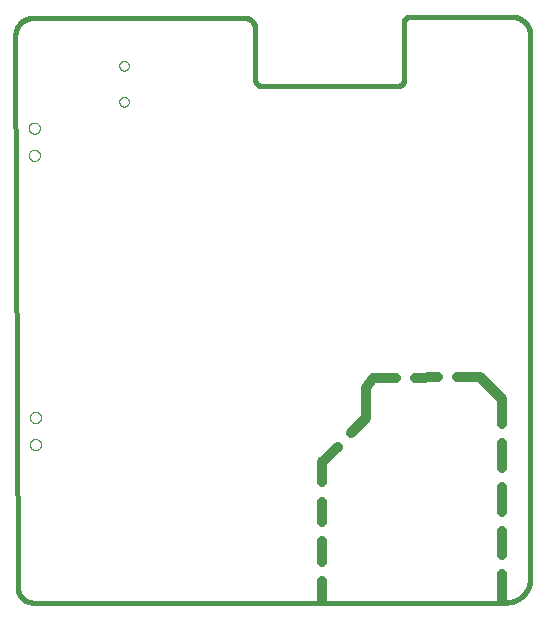
<source format=gbp>
G75*
%MOIN*%
%OFA0B0*%
%FSLAX25Y25*%
%IPPOS*%
%LPD*%
%AMOC8*
5,1,8,0,0,1.08239X$1,22.5*
%
%ADD10C,0.03200*%
%ADD11C,0.01600*%
%ADD12C,0.00000*%
D10*
X0115973Y0044645D02*
X0115973Y0051459D01*
X0115973Y0057859D02*
X0115973Y0064673D01*
X0115973Y0071073D02*
X0115973Y0077887D01*
X0115973Y0084287D02*
X0115973Y0091102D01*
X0120994Y0096122D01*
X0125519Y0100648D02*
X0130540Y0105669D01*
X0130540Y0115905D01*
X0132902Y0119054D01*
X0140447Y0119138D01*
X0146847Y0119209D02*
X0154391Y0119293D01*
X0160791Y0119364D02*
X0168335Y0119448D01*
X0175816Y0111968D01*
X0175816Y0103781D01*
X0175816Y0097381D02*
X0175816Y0089194D01*
X0175816Y0082794D02*
X0175816Y0074606D01*
X0175816Y0068206D02*
X0175816Y0060019D01*
X0175816Y0053619D02*
X0175816Y0045432D01*
D11*
X0176997Y0044251D02*
X0019517Y0044251D01*
X0019376Y0044253D01*
X0019235Y0044259D01*
X0019094Y0044268D01*
X0018954Y0044282D01*
X0018814Y0044300D01*
X0018675Y0044321D01*
X0018536Y0044346D01*
X0018398Y0044375D01*
X0018261Y0044408D01*
X0018124Y0044444D01*
X0017989Y0044484D01*
X0017855Y0044528D01*
X0017722Y0044576D01*
X0017591Y0044627D01*
X0017461Y0044682D01*
X0017333Y0044741D01*
X0017206Y0044802D01*
X0017081Y0044868D01*
X0016958Y0044937D01*
X0016837Y0045009D01*
X0016718Y0045084D01*
X0016601Y0045163D01*
X0016486Y0045245D01*
X0016373Y0045330D01*
X0016263Y0045418D01*
X0016156Y0045509D01*
X0016051Y0045604D01*
X0015948Y0045701D01*
X0015849Y0045800D01*
X0015752Y0045903D01*
X0015657Y0046008D01*
X0015566Y0046115D01*
X0015478Y0046225D01*
X0015393Y0046338D01*
X0015311Y0046453D01*
X0015232Y0046570D01*
X0015157Y0046689D01*
X0015085Y0046810D01*
X0015016Y0046933D01*
X0014950Y0047058D01*
X0014889Y0047185D01*
X0014830Y0047313D01*
X0014775Y0047443D01*
X0014724Y0047574D01*
X0014676Y0047707D01*
X0014632Y0047841D01*
X0014592Y0047976D01*
X0014556Y0048113D01*
X0014523Y0048250D01*
X0014494Y0048388D01*
X0014469Y0048527D01*
X0014448Y0048666D01*
X0014430Y0048806D01*
X0014416Y0048946D01*
X0014407Y0049087D01*
X0014401Y0049228D01*
X0014399Y0049369D01*
X0014398Y0049369D02*
X0013611Y0233228D01*
X0013613Y0233380D01*
X0013619Y0233532D01*
X0013629Y0233684D01*
X0013642Y0233835D01*
X0013660Y0233986D01*
X0013681Y0234137D01*
X0013707Y0234287D01*
X0013736Y0234436D01*
X0013769Y0234585D01*
X0013806Y0234732D01*
X0013846Y0234879D01*
X0013891Y0235024D01*
X0013939Y0235168D01*
X0013991Y0235311D01*
X0014046Y0235453D01*
X0014105Y0235593D01*
X0014168Y0235732D01*
X0014234Y0235869D01*
X0014304Y0236004D01*
X0014377Y0236137D01*
X0014454Y0236268D01*
X0014534Y0236398D01*
X0014617Y0236525D01*
X0014703Y0236650D01*
X0014793Y0236773D01*
X0014886Y0236893D01*
X0014982Y0237011D01*
X0015081Y0237127D01*
X0015183Y0237240D01*
X0015287Y0237350D01*
X0015395Y0237458D01*
X0015505Y0237562D01*
X0015618Y0237664D01*
X0015734Y0237763D01*
X0015852Y0237859D01*
X0015972Y0237952D01*
X0016095Y0238042D01*
X0016220Y0238128D01*
X0016347Y0238211D01*
X0016477Y0238291D01*
X0016608Y0238368D01*
X0016741Y0238441D01*
X0016876Y0238511D01*
X0017013Y0238577D01*
X0017152Y0238640D01*
X0017292Y0238699D01*
X0017434Y0238754D01*
X0017577Y0238806D01*
X0017721Y0238854D01*
X0017866Y0238899D01*
X0018013Y0238939D01*
X0018160Y0238976D01*
X0018309Y0239009D01*
X0018458Y0239038D01*
X0018608Y0239064D01*
X0018759Y0239085D01*
X0018910Y0239103D01*
X0019061Y0239116D01*
X0019213Y0239126D01*
X0019365Y0239132D01*
X0019517Y0239134D01*
X0019517Y0239133D02*
X0089989Y0239133D01*
X0090105Y0239131D01*
X0090221Y0239125D01*
X0090336Y0239116D01*
X0090451Y0239103D01*
X0090566Y0239086D01*
X0090680Y0239065D01*
X0090794Y0239040D01*
X0090906Y0239012D01*
X0091017Y0238980D01*
X0091128Y0238945D01*
X0091237Y0238906D01*
X0091345Y0238863D01*
X0091451Y0238817D01*
X0091556Y0238768D01*
X0091659Y0238715D01*
X0091761Y0238658D01*
X0091860Y0238599D01*
X0091957Y0238536D01*
X0092053Y0238470D01*
X0092146Y0238401D01*
X0092237Y0238329D01*
X0092325Y0238254D01*
X0092411Y0238176D01*
X0092494Y0238095D01*
X0092575Y0238012D01*
X0092653Y0237926D01*
X0092728Y0237838D01*
X0092800Y0237747D01*
X0092869Y0237654D01*
X0092935Y0237558D01*
X0092998Y0237461D01*
X0093057Y0237362D01*
X0093114Y0237260D01*
X0093167Y0237157D01*
X0093216Y0237052D01*
X0093262Y0236946D01*
X0093305Y0236838D01*
X0093344Y0236729D01*
X0093379Y0236618D01*
X0093411Y0236507D01*
X0093439Y0236395D01*
X0093464Y0236281D01*
X0093485Y0236167D01*
X0093502Y0236052D01*
X0093515Y0235937D01*
X0093524Y0235822D01*
X0093530Y0235706D01*
X0093532Y0235590D01*
X0093532Y0218661D01*
X0093534Y0218566D01*
X0093540Y0218471D01*
X0093549Y0218376D01*
X0093563Y0218282D01*
X0093580Y0218189D01*
X0093601Y0218096D01*
X0093625Y0218004D01*
X0093654Y0217913D01*
X0093685Y0217823D01*
X0093721Y0217735D01*
X0093760Y0217648D01*
X0093803Y0217563D01*
X0093848Y0217480D01*
X0093898Y0217399D01*
X0093950Y0217319D01*
X0094006Y0217242D01*
X0094064Y0217167D01*
X0094126Y0217095D01*
X0094191Y0217025D01*
X0094258Y0216958D01*
X0094328Y0216893D01*
X0094400Y0216831D01*
X0094475Y0216773D01*
X0094552Y0216717D01*
X0094632Y0216665D01*
X0094713Y0216615D01*
X0094796Y0216570D01*
X0094881Y0216527D01*
X0094968Y0216488D01*
X0095056Y0216452D01*
X0095146Y0216421D01*
X0095237Y0216392D01*
X0095329Y0216368D01*
X0095422Y0216347D01*
X0095515Y0216330D01*
X0095609Y0216316D01*
X0095704Y0216307D01*
X0095799Y0216301D01*
X0095894Y0216299D01*
X0095894Y0216298D02*
X0140776Y0216298D01*
X0140776Y0216299D02*
X0140871Y0216301D01*
X0140966Y0216307D01*
X0141061Y0216316D01*
X0141155Y0216330D01*
X0141248Y0216347D01*
X0141341Y0216368D01*
X0141433Y0216392D01*
X0141524Y0216421D01*
X0141614Y0216452D01*
X0141702Y0216488D01*
X0141789Y0216527D01*
X0141874Y0216570D01*
X0141957Y0216615D01*
X0142038Y0216665D01*
X0142118Y0216717D01*
X0142195Y0216773D01*
X0142270Y0216831D01*
X0142342Y0216893D01*
X0142412Y0216958D01*
X0142479Y0217025D01*
X0142544Y0217095D01*
X0142606Y0217167D01*
X0142664Y0217242D01*
X0142720Y0217319D01*
X0142772Y0217399D01*
X0142822Y0217480D01*
X0142867Y0217563D01*
X0142910Y0217648D01*
X0142949Y0217735D01*
X0142985Y0217823D01*
X0143016Y0217913D01*
X0143045Y0218004D01*
X0143069Y0218096D01*
X0143090Y0218189D01*
X0143107Y0218282D01*
X0143121Y0218376D01*
X0143130Y0218471D01*
X0143136Y0218566D01*
X0143138Y0218661D01*
X0143139Y0218661D02*
X0143139Y0237558D01*
X0143138Y0237558D02*
X0143140Y0237644D01*
X0143145Y0237730D01*
X0143155Y0237815D01*
X0143168Y0237900D01*
X0143185Y0237984D01*
X0143205Y0238068D01*
X0143229Y0238150D01*
X0143257Y0238231D01*
X0143288Y0238312D01*
X0143322Y0238390D01*
X0143360Y0238467D01*
X0143402Y0238543D01*
X0143446Y0238616D01*
X0143494Y0238687D01*
X0143545Y0238757D01*
X0143599Y0238824D01*
X0143655Y0238888D01*
X0143715Y0238950D01*
X0143777Y0239010D01*
X0143841Y0239066D01*
X0143908Y0239120D01*
X0143978Y0239171D01*
X0144049Y0239219D01*
X0144123Y0239263D01*
X0144198Y0239305D01*
X0144275Y0239343D01*
X0144353Y0239377D01*
X0144434Y0239408D01*
X0144515Y0239436D01*
X0144597Y0239460D01*
X0144681Y0239480D01*
X0144765Y0239497D01*
X0144850Y0239510D01*
X0144935Y0239520D01*
X0145021Y0239525D01*
X0145107Y0239527D01*
X0178965Y0239527D01*
X0179122Y0239525D01*
X0179279Y0239519D01*
X0179436Y0239509D01*
X0179592Y0239496D01*
X0179748Y0239478D01*
X0179904Y0239457D01*
X0180059Y0239431D01*
X0180213Y0239402D01*
X0180367Y0239369D01*
X0180519Y0239332D01*
X0180671Y0239292D01*
X0180822Y0239247D01*
X0180971Y0239199D01*
X0181119Y0239147D01*
X0181266Y0239092D01*
X0181412Y0239032D01*
X0181556Y0238970D01*
X0181698Y0238903D01*
X0181839Y0238833D01*
X0181978Y0238760D01*
X0182115Y0238683D01*
X0182250Y0238603D01*
X0182382Y0238519D01*
X0182513Y0238432D01*
X0182642Y0238342D01*
X0182768Y0238249D01*
X0182892Y0238153D01*
X0183014Y0238053D01*
X0183133Y0237951D01*
X0183249Y0237845D01*
X0183363Y0237737D01*
X0183474Y0237626D01*
X0183582Y0237512D01*
X0183688Y0237396D01*
X0183790Y0237277D01*
X0183890Y0237155D01*
X0183986Y0237031D01*
X0184079Y0236905D01*
X0184169Y0236776D01*
X0184256Y0236645D01*
X0184340Y0236513D01*
X0184420Y0236378D01*
X0184497Y0236241D01*
X0184570Y0236102D01*
X0184640Y0235961D01*
X0184707Y0235819D01*
X0184769Y0235675D01*
X0184829Y0235529D01*
X0184884Y0235382D01*
X0184936Y0235234D01*
X0184984Y0235085D01*
X0185029Y0234934D01*
X0185069Y0234782D01*
X0185106Y0234630D01*
X0185139Y0234476D01*
X0185168Y0234322D01*
X0185194Y0234167D01*
X0185215Y0234011D01*
X0185233Y0233855D01*
X0185246Y0233699D01*
X0185256Y0233542D01*
X0185262Y0233385D01*
X0185264Y0233228D01*
X0185265Y0233228D02*
X0185265Y0052519D01*
X0185263Y0052319D01*
X0185255Y0052120D01*
X0185243Y0051920D01*
X0185226Y0051721D01*
X0185205Y0051522D01*
X0185178Y0051324D01*
X0185147Y0051127D01*
X0185111Y0050930D01*
X0185070Y0050735D01*
X0185025Y0050540D01*
X0184975Y0050347D01*
X0184920Y0050155D01*
X0184860Y0049964D01*
X0184796Y0049775D01*
X0184728Y0049587D01*
X0184655Y0049401D01*
X0184577Y0049217D01*
X0184495Y0049035D01*
X0184409Y0048855D01*
X0184318Y0048677D01*
X0184223Y0048501D01*
X0184124Y0048327D01*
X0184020Y0048156D01*
X0183913Y0047988D01*
X0183801Y0047822D01*
X0183686Y0047659D01*
X0183567Y0047499D01*
X0183443Y0047342D01*
X0183316Y0047187D01*
X0183186Y0047036D01*
X0183051Y0046888D01*
X0182914Y0046744D01*
X0182772Y0046602D01*
X0182628Y0046465D01*
X0182480Y0046330D01*
X0182329Y0046200D01*
X0182174Y0046073D01*
X0182017Y0045949D01*
X0181857Y0045830D01*
X0181694Y0045715D01*
X0181528Y0045603D01*
X0181360Y0045496D01*
X0181189Y0045392D01*
X0181015Y0045293D01*
X0180839Y0045198D01*
X0180661Y0045107D01*
X0180481Y0045021D01*
X0180299Y0044939D01*
X0180115Y0044861D01*
X0179929Y0044788D01*
X0179741Y0044720D01*
X0179552Y0044656D01*
X0179361Y0044596D01*
X0179169Y0044541D01*
X0178976Y0044491D01*
X0178781Y0044446D01*
X0178586Y0044405D01*
X0178389Y0044369D01*
X0178192Y0044338D01*
X0177994Y0044311D01*
X0177795Y0044290D01*
X0177596Y0044273D01*
X0177396Y0044261D01*
X0177197Y0044253D01*
X0176997Y0044251D01*
D12*
X0048227Y0211167D02*
X0048229Y0211247D01*
X0048235Y0211326D01*
X0048245Y0211405D01*
X0048259Y0211484D01*
X0048276Y0211562D01*
X0048298Y0211639D01*
X0048323Y0211714D01*
X0048353Y0211788D01*
X0048385Y0211861D01*
X0048422Y0211932D01*
X0048462Y0212001D01*
X0048505Y0212068D01*
X0048552Y0212133D01*
X0048601Y0212195D01*
X0048654Y0212255D01*
X0048710Y0212312D01*
X0048768Y0212367D01*
X0048829Y0212418D01*
X0048893Y0212466D01*
X0048959Y0212511D01*
X0049027Y0212553D01*
X0049097Y0212591D01*
X0049169Y0212625D01*
X0049242Y0212656D01*
X0049317Y0212684D01*
X0049394Y0212707D01*
X0049471Y0212727D01*
X0049549Y0212743D01*
X0049628Y0212755D01*
X0049707Y0212763D01*
X0049787Y0212767D01*
X0049867Y0212767D01*
X0049947Y0212763D01*
X0050026Y0212755D01*
X0050105Y0212743D01*
X0050183Y0212727D01*
X0050260Y0212707D01*
X0050337Y0212684D01*
X0050412Y0212656D01*
X0050485Y0212625D01*
X0050557Y0212591D01*
X0050627Y0212553D01*
X0050695Y0212511D01*
X0050761Y0212466D01*
X0050825Y0212418D01*
X0050886Y0212367D01*
X0050944Y0212312D01*
X0051000Y0212255D01*
X0051053Y0212195D01*
X0051102Y0212133D01*
X0051149Y0212068D01*
X0051192Y0212001D01*
X0051232Y0211932D01*
X0051269Y0211861D01*
X0051301Y0211788D01*
X0051331Y0211714D01*
X0051356Y0211639D01*
X0051378Y0211562D01*
X0051395Y0211484D01*
X0051409Y0211405D01*
X0051419Y0211326D01*
X0051425Y0211247D01*
X0051427Y0211167D01*
X0051425Y0211087D01*
X0051419Y0211008D01*
X0051409Y0210929D01*
X0051395Y0210850D01*
X0051378Y0210772D01*
X0051356Y0210695D01*
X0051331Y0210620D01*
X0051301Y0210546D01*
X0051269Y0210473D01*
X0051232Y0210402D01*
X0051192Y0210333D01*
X0051149Y0210266D01*
X0051102Y0210201D01*
X0051053Y0210139D01*
X0051000Y0210079D01*
X0050944Y0210022D01*
X0050886Y0209967D01*
X0050825Y0209916D01*
X0050761Y0209868D01*
X0050695Y0209823D01*
X0050627Y0209781D01*
X0050557Y0209743D01*
X0050485Y0209709D01*
X0050412Y0209678D01*
X0050337Y0209650D01*
X0050260Y0209627D01*
X0050183Y0209607D01*
X0050105Y0209591D01*
X0050026Y0209579D01*
X0049947Y0209571D01*
X0049867Y0209567D01*
X0049787Y0209567D01*
X0049707Y0209571D01*
X0049628Y0209579D01*
X0049549Y0209591D01*
X0049471Y0209607D01*
X0049394Y0209627D01*
X0049317Y0209650D01*
X0049242Y0209678D01*
X0049169Y0209709D01*
X0049097Y0209743D01*
X0049027Y0209781D01*
X0048959Y0209823D01*
X0048893Y0209868D01*
X0048829Y0209916D01*
X0048768Y0209967D01*
X0048710Y0210022D01*
X0048654Y0210079D01*
X0048601Y0210139D01*
X0048552Y0210201D01*
X0048505Y0210266D01*
X0048462Y0210333D01*
X0048422Y0210402D01*
X0048385Y0210473D01*
X0048353Y0210546D01*
X0048323Y0210620D01*
X0048298Y0210695D01*
X0048276Y0210772D01*
X0048259Y0210850D01*
X0048245Y0210929D01*
X0048235Y0211008D01*
X0048229Y0211087D01*
X0048227Y0211167D01*
X0048227Y0223167D02*
X0048229Y0223247D01*
X0048235Y0223326D01*
X0048245Y0223405D01*
X0048259Y0223484D01*
X0048276Y0223562D01*
X0048298Y0223639D01*
X0048323Y0223714D01*
X0048353Y0223788D01*
X0048385Y0223861D01*
X0048422Y0223932D01*
X0048462Y0224001D01*
X0048505Y0224068D01*
X0048552Y0224133D01*
X0048601Y0224195D01*
X0048654Y0224255D01*
X0048710Y0224312D01*
X0048768Y0224367D01*
X0048829Y0224418D01*
X0048893Y0224466D01*
X0048959Y0224511D01*
X0049027Y0224553D01*
X0049097Y0224591D01*
X0049169Y0224625D01*
X0049242Y0224656D01*
X0049317Y0224684D01*
X0049394Y0224707D01*
X0049471Y0224727D01*
X0049549Y0224743D01*
X0049628Y0224755D01*
X0049707Y0224763D01*
X0049787Y0224767D01*
X0049867Y0224767D01*
X0049947Y0224763D01*
X0050026Y0224755D01*
X0050105Y0224743D01*
X0050183Y0224727D01*
X0050260Y0224707D01*
X0050337Y0224684D01*
X0050412Y0224656D01*
X0050485Y0224625D01*
X0050557Y0224591D01*
X0050627Y0224553D01*
X0050695Y0224511D01*
X0050761Y0224466D01*
X0050825Y0224418D01*
X0050886Y0224367D01*
X0050944Y0224312D01*
X0051000Y0224255D01*
X0051053Y0224195D01*
X0051102Y0224133D01*
X0051149Y0224068D01*
X0051192Y0224001D01*
X0051232Y0223932D01*
X0051269Y0223861D01*
X0051301Y0223788D01*
X0051331Y0223714D01*
X0051356Y0223639D01*
X0051378Y0223562D01*
X0051395Y0223484D01*
X0051409Y0223405D01*
X0051419Y0223326D01*
X0051425Y0223247D01*
X0051427Y0223167D01*
X0051425Y0223087D01*
X0051419Y0223008D01*
X0051409Y0222929D01*
X0051395Y0222850D01*
X0051378Y0222772D01*
X0051356Y0222695D01*
X0051331Y0222620D01*
X0051301Y0222546D01*
X0051269Y0222473D01*
X0051232Y0222402D01*
X0051192Y0222333D01*
X0051149Y0222266D01*
X0051102Y0222201D01*
X0051053Y0222139D01*
X0051000Y0222079D01*
X0050944Y0222022D01*
X0050886Y0221967D01*
X0050825Y0221916D01*
X0050761Y0221868D01*
X0050695Y0221823D01*
X0050627Y0221781D01*
X0050557Y0221743D01*
X0050485Y0221709D01*
X0050412Y0221678D01*
X0050337Y0221650D01*
X0050260Y0221627D01*
X0050183Y0221607D01*
X0050105Y0221591D01*
X0050026Y0221579D01*
X0049947Y0221571D01*
X0049867Y0221567D01*
X0049787Y0221567D01*
X0049707Y0221571D01*
X0049628Y0221579D01*
X0049549Y0221591D01*
X0049471Y0221607D01*
X0049394Y0221627D01*
X0049317Y0221650D01*
X0049242Y0221678D01*
X0049169Y0221709D01*
X0049097Y0221743D01*
X0049027Y0221781D01*
X0048959Y0221823D01*
X0048893Y0221868D01*
X0048829Y0221916D01*
X0048768Y0221967D01*
X0048710Y0222022D01*
X0048654Y0222079D01*
X0048601Y0222139D01*
X0048552Y0222201D01*
X0048505Y0222266D01*
X0048462Y0222333D01*
X0048422Y0222402D01*
X0048385Y0222473D01*
X0048353Y0222546D01*
X0048323Y0222620D01*
X0048298Y0222695D01*
X0048276Y0222772D01*
X0048259Y0222850D01*
X0048245Y0222929D01*
X0048235Y0223008D01*
X0048229Y0223087D01*
X0048227Y0223167D01*
X0018036Y0202403D02*
X0018038Y0202489D01*
X0018044Y0202576D01*
X0018054Y0202661D01*
X0018068Y0202747D01*
X0018086Y0202831D01*
X0018107Y0202915D01*
X0018133Y0202997D01*
X0018162Y0203079D01*
X0018195Y0203158D01*
X0018232Y0203237D01*
X0018272Y0203313D01*
X0018316Y0203387D01*
X0018363Y0203460D01*
X0018414Y0203530D01*
X0018467Y0203598D01*
X0018524Y0203663D01*
X0018584Y0203725D01*
X0018646Y0203785D01*
X0018711Y0203842D01*
X0018779Y0203895D01*
X0018849Y0203946D01*
X0018922Y0203993D01*
X0018996Y0204037D01*
X0019072Y0204077D01*
X0019151Y0204114D01*
X0019230Y0204147D01*
X0019312Y0204176D01*
X0019394Y0204202D01*
X0019478Y0204223D01*
X0019562Y0204241D01*
X0019648Y0204255D01*
X0019733Y0204265D01*
X0019820Y0204271D01*
X0019906Y0204273D01*
X0019992Y0204271D01*
X0020079Y0204265D01*
X0020164Y0204255D01*
X0020250Y0204241D01*
X0020334Y0204223D01*
X0020418Y0204202D01*
X0020500Y0204176D01*
X0020582Y0204147D01*
X0020661Y0204114D01*
X0020740Y0204077D01*
X0020816Y0204037D01*
X0020890Y0203993D01*
X0020963Y0203946D01*
X0021033Y0203895D01*
X0021101Y0203842D01*
X0021166Y0203785D01*
X0021228Y0203725D01*
X0021288Y0203663D01*
X0021345Y0203598D01*
X0021398Y0203530D01*
X0021449Y0203460D01*
X0021496Y0203387D01*
X0021540Y0203313D01*
X0021580Y0203237D01*
X0021617Y0203158D01*
X0021650Y0203079D01*
X0021679Y0202997D01*
X0021705Y0202915D01*
X0021726Y0202831D01*
X0021744Y0202747D01*
X0021758Y0202661D01*
X0021768Y0202576D01*
X0021774Y0202489D01*
X0021776Y0202403D01*
X0021774Y0202317D01*
X0021768Y0202230D01*
X0021758Y0202145D01*
X0021744Y0202059D01*
X0021726Y0201975D01*
X0021705Y0201891D01*
X0021679Y0201809D01*
X0021650Y0201727D01*
X0021617Y0201648D01*
X0021580Y0201569D01*
X0021540Y0201493D01*
X0021496Y0201419D01*
X0021449Y0201346D01*
X0021398Y0201276D01*
X0021345Y0201208D01*
X0021288Y0201143D01*
X0021228Y0201081D01*
X0021166Y0201021D01*
X0021101Y0200964D01*
X0021033Y0200911D01*
X0020963Y0200860D01*
X0020890Y0200813D01*
X0020816Y0200769D01*
X0020740Y0200729D01*
X0020661Y0200692D01*
X0020582Y0200659D01*
X0020500Y0200630D01*
X0020418Y0200604D01*
X0020334Y0200583D01*
X0020250Y0200565D01*
X0020164Y0200551D01*
X0020079Y0200541D01*
X0019992Y0200535D01*
X0019906Y0200533D01*
X0019820Y0200535D01*
X0019733Y0200541D01*
X0019648Y0200551D01*
X0019562Y0200565D01*
X0019478Y0200583D01*
X0019394Y0200604D01*
X0019312Y0200630D01*
X0019230Y0200659D01*
X0019151Y0200692D01*
X0019072Y0200729D01*
X0018996Y0200769D01*
X0018922Y0200813D01*
X0018849Y0200860D01*
X0018779Y0200911D01*
X0018711Y0200964D01*
X0018646Y0201021D01*
X0018584Y0201081D01*
X0018524Y0201143D01*
X0018467Y0201208D01*
X0018414Y0201276D01*
X0018363Y0201346D01*
X0018316Y0201419D01*
X0018272Y0201493D01*
X0018232Y0201569D01*
X0018195Y0201648D01*
X0018162Y0201727D01*
X0018133Y0201809D01*
X0018107Y0201891D01*
X0018086Y0201975D01*
X0018068Y0202059D01*
X0018054Y0202145D01*
X0018044Y0202230D01*
X0018038Y0202317D01*
X0018036Y0202403D01*
X0018036Y0193348D02*
X0018038Y0193434D01*
X0018044Y0193521D01*
X0018054Y0193606D01*
X0018068Y0193692D01*
X0018086Y0193776D01*
X0018107Y0193860D01*
X0018133Y0193942D01*
X0018162Y0194024D01*
X0018195Y0194103D01*
X0018232Y0194182D01*
X0018272Y0194258D01*
X0018316Y0194332D01*
X0018363Y0194405D01*
X0018414Y0194475D01*
X0018467Y0194543D01*
X0018524Y0194608D01*
X0018584Y0194670D01*
X0018646Y0194730D01*
X0018711Y0194787D01*
X0018779Y0194840D01*
X0018849Y0194891D01*
X0018922Y0194938D01*
X0018996Y0194982D01*
X0019072Y0195022D01*
X0019151Y0195059D01*
X0019230Y0195092D01*
X0019312Y0195121D01*
X0019394Y0195147D01*
X0019478Y0195168D01*
X0019562Y0195186D01*
X0019648Y0195200D01*
X0019733Y0195210D01*
X0019820Y0195216D01*
X0019906Y0195218D01*
X0019992Y0195216D01*
X0020079Y0195210D01*
X0020164Y0195200D01*
X0020250Y0195186D01*
X0020334Y0195168D01*
X0020418Y0195147D01*
X0020500Y0195121D01*
X0020582Y0195092D01*
X0020661Y0195059D01*
X0020740Y0195022D01*
X0020816Y0194982D01*
X0020890Y0194938D01*
X0020963Y0194891D01*
X0021033Y0194840D01*
X0021101Y0194787D01*
X0021166Y0194730D01*
X0021228Y0194670D01*
X0021288Y0194608D01*
X0021345Y0194543D01*
X0021398Y0194475D01*
X0021449Y0194405D01*
X0021496Y0194332D01*
X0021540Y0194258D01*
X0021580Y0194182D01*
X0021617Y0194103D01*
X0021650Y0194024D01*
X0021679Y0193942D01*
X0021705Y0193860D01*
X0021726Y0193776D01*
X0021744Y0193692D01*
X0021758Y0193606D01*
X0021768Y0193521D01*
X0021774Y0193434D01*
X0021776Y0193348D01*
X0021774Y0193262D01*
X0021768Y0193175D01*
X0021758Y0193090D01*
X0021744Y0193004D01*
X0021726Y0192920D01*
X0021705Y0192836D01*
X0021679Y0192754D01*
X0021650Y0192672D01*
X0021617Y0192593D01*
X0021580Y0192514D01*
X0021540Y0192438D01*
X0021496Y0192364D01*
X0021449Y0192291D01*
X0021398Y0192221D01*
X0021345Y0192153D01*
X0021288Y0192088D01*
X0021228Y0192026D01*
X0021166Y0191966D01*
X0021101Y0191909D01*
X0021033Y0191856D01*
X0020963Y0191805D01*
X0020890Y0191758D01*
X0020816Y0191714D01*
X0020740Y0191674D01*
X0020661Y0191637D01*
X0020582Y0191604D01*
X0020500Y0191575D01*
X0020418Y0191549D01*
X0020334Y0191528D01*
X0020250Y0191510D01*
X0020164Y0191496D01*
X0020079Y0191486D01*
X0019992Y0191480D01*
X0019906Y0191478D01*
X0019820Y0191480D01*
X0019733Y0191486D01*
X0019648Y0191496D01*
X0019562Y0191510D01*
X0019478Y0191528D01*
X0019394Y0191549D01*
X0019312Y0191575D01*
X0019230Y0191604D01*
X0019151Y0191637D01*
X0019072Y0191674D01*
X0018996Y0191714D01*
X0018922Y0191758D01*
X0018849Y0191805D01*
X0018779Y0191856D01*
X0018711Y0191909D01*
X0018646Y0191966D01*
X0018584Y0192026D01*
X0018524Y0192088D01*
X0018467Y0192153D01*
X0018414Y0192221D01*
X0018363Y0192291D01*
X0018316Y0192364D01*
X0018272Y0192438D01*
X0018232Y0192514D01*
X0018195Y0192593D01*
X0018162Y0192672D01*
X0018133Y0192754D01*
X0018107Y0192836D01*
X0018086Y0192920D01*
X0018068Y0193004D01*
X0018054Y0193090D01*
X0018044Y0193175D01*
X0018038Y0193262D01*
X0018036Y0193348D01*
X0018429Y0105946D02*
X0018431Y0106032D01*
X0018437Y0106119D01*
X0018447Y0106204D01*
X0018461Y0106290D01*
X0018479Y0106374D01*
X0018500Y0106458D01*
X0018526Y0106540D01*
X0018555Y0106622D01*
X0018588Y0106701D01*
X0018625Y0106780D01*
X0018665Y0106856D01*
X0018709Y0106930D01*
X0018756Y0107003D01*
X0018807Y0107073D01*
X0018860Y0107141D01*
X0018917Y0107206D01*
X0018977Y0107268D01*
X0019039Y0107328D01*
X0019104Y0107385D01*
X0019172Y0107438D01*
X0019242Y0107489D01*
X0019315Y0107536D01*
X0019389Y0107580D01*
X0019465Y0107620D01*
X0019544Y0107657D01*
X0019623Y0107690D01*
X0019705Y0107719D01*
X0019787Y0107745D01*
X0019871Y0107766D01*
X0019955Y0107784D01*
X0020041Y0107798D01*
X0020126Y0107808D01*
X0020213Y0107814D01*
X0020299Y0107816D01*
X0020385Y0107814D01*
X0020472Y0107808D01*
X0020557Y0107798D01*
X0020643Y0107784D01*
X0020727Y0107766D01*
X0020811Y0107745D01*
X0020893Y0107719D01*
X0020975Y0107690D01*
X0021054Y0107657D01*
X0021133Y0107620D01*
X0021209Y0107580D01*
X0021283Y0107536D01*
X0021356Y0107489D01*
X0021426Y0107438D01*
X0021494Y0107385D01*
X0021559Y0107328D01*
X0021621Y0107268D01*
X0021681Y0107206D01*
X0021738Y0107141D01*
X0021791Y0107073D01*
X0021842Y0107003D01*
X0021889Y0106930D01*
X0021933Y0106856D01*
X0021973Y0106780D01*
X0022010Y0106701D01*
X0022043Y0106622D01*
X0022072Y0106540D01*
X0022098Y0106458D01*
X0022119Y0106374D01*
X0022137Y0106290D01*
X0022151Y0106204D01*
X0022161Y0106119D01*
X0022167Y0106032D01*
X0022169Y0105946D01*
X0022167Y0105860D01*
X0022161Y0105773D01*
X0022151Y0105688D01*
X0022137Y0105602D01*
X0022119Y0105518D01*
X0022098Y0105434D01*
X0022072Y0105352D01*
X0022043Y0105270D01*
X0022010Y0105191D01*
X0021973Y0105112D01*
X0021933Y0105036D01*
X0021889Y0104962D01*
X0021842Y0104889D01*
X0021791Y0104819D01*
X0021738Y0104751D01*
X0021681Y0104686D01*
X0021621Y0104624D01*
X0021559Y0104564D01*
X0021494Y0104507D01*
X0021426Y0104454D01*
X0021356Y0104403D01*
X0021283Y0104356D01*
X0021209Y0104312D01*
X0021133Y0104272D01*
X0021054Y0104235D01*
X0020975Y0104202D01*
X0020893Y0104173D01*
X0020811Y0104147D01*
X0020727Y0104126D01*
X0020643Y0104108D01*
X0020557Y0104094D01*
X0020472Y0104084D01*
X0020385Y0104078D01*
X0020299Y0104076D01*
X0020213Y0104078D01*
X0020126Y0104084D01*
X0020041Y0104094D01*
X0019955Y0104108D01*
X0019871Y0104126D01*
X0019787Y0104147D01*
X0019705Y0104173D01*
X0019623Y0104202D01*
X0019544Y0104235D01*
X0019465Y0104272D01*
X0019389Y0104312D01*
X0019315Y0104356D01*
X0019242Y0104403D01*
X0019172Y0104454D01*
X0019104Y0104507D01*
X0019039Y0104564D01*
X0018977Y0104624D01*
X0018917Y0104686D01*
X0018860Y0104751D01*
X0018807Y0104819D01*
X0018756Y0104889D01*
X0018709Y0104962D01*
X0018665Y0105036D01*
X0018625Y0105112D01*
X0018588Y0105191D01*
X0018555Y0105270D01*
X0018526Y0105352D01*
X0018500Y0105434D01*
X0018479Y0105518D01*
X0018461Y0105602D01*
X0018447Y0105688D01*
X0018437Y0105773D01*
X0018431Y0105860D01*
X0018429Y0105946D01*
X0018429Y0096891D02*
X0018431Y0096977D01*
X0018437Y0097064D01*
X0018447Y0097149D01*
X0018461Y0097235D01*
X0018479Y0097319D01*
X0018500Y0097403D01*
X0018526Y0097485D01*
X0018555Y0097567D01*
X0018588Y0097646D01*
X0018625Y0097725D01*
X0018665Y0097801D01*
X0018709Y0097875D01*
X0018756Y0097948D01*
X0018807Y0098018D01*
X0018860Y0098086D01*
X0018917Y0098151D01*
X0018977Y0098213D01*
X0019039Y0098273D01*
X0019104Y0098330D01*
X0019172Y0098383D01*
X0019242Y0098434D01*
X0019315Y0098481D01*
X0019389Y0098525D01*
X0019465Y0098565D01*
X0019544Y0098602D01*
X0019623Y0098635D01*
X0019705Y0098664D01*
X0019787Y0098690D01*
X0019871Y0098711D01*
X0019955Y0098729D01*
X0020041Y0098743D01*
X0020126Y0098753D01*
X0020213Y0098759D01*
X0020299Y0098761D01*
X0020385Y0098759D01*
X0020472Y0098753D01*
X0020557Y0098743D01*
X0020643Y0098729D01*
X0020727Y0098711D01*
X0020811Y0098690D01*
X0020893Y0098664D01*
X0020975Y0098635D01*
X0021054Y0098602D01*
X0021133Y0098565D01*
X0021209Y0098525D01*
X0021283Y0098481D01*
X0021356Y0098434D01*
X0021426Y0098383D01*
X0021494Y0098330D01*
X0021559Y0098273D01*
X0021621Y0098213D01*
X0021681Y0098151D01*
X0021738Y0098086D01*
X0021791Y0098018D01*
X0021842Y0097948D01*
X0021889Y0097875D01*
X0021933Y0097801D01*
X0021973Y0097725D01*
X0022010Y0097646D01*
X0022043Y0097567D01*
X0022072Y0097485D01*
X0022098Y0097403D01*
X0022119Y0097319D01*
X0022137Y0097235D01*
X0022151Y0097149D01*
X0022161Y0097064D01*
X0022167Y0096977D01*
X0022169Y0096891D01*
X0022167Y0096805D01*
X0022161Y0096718D01*
X0022151Y0096633D01*
X0022137Y0096547D01*
X0022119Y0096463D01*
X0022098Y0096379D01*
X0022072Y0096297D01*
X0022043Y0096215D01*
X0022010Y0096136D01*
X0021973Y0096057D01*
X0021933Y0095981D01*
X0021889Y0095907D01*
X0021842Y0095834D01*
X0021791Y0095764D01*
X0021738Y0095696D01*
X0021681Y0095631D01*
X0021621Y0095569D01*
X0021559Y0095509D01*
X0021494Y0095452D01*
X0021426Y0095399D01*
X0021356Y0095348D01*
X0021283Y0095301D01*
X0021209Y0095257D01*
X0021133Y0095217D01*
X0021054Y0095180D01*
X0020975Y0095147D01*
X0020893Y0095118D01*
X0020811Y0095092D01*
X0020727Y0095071D01*
X0020643Y0095053D01*
X0020557Y0095039D01*
X0020472Y0095029D01*
X0020385Y0095023D01*
X0020299Y0095021D01*
X0020213Y0095023D01*
X0020126Y0095029D01*
X0020041Y0095039D01*
X0019955Y0095053D01*
X0019871Y0095071D01*
X0019787Y0095092D01*
X0019705Y0095118D01*
X0019623Y0095147D01*
X0019544Y0095180D01*
X0019465Y0095217D01*
X0019389Y0095257D01*
X0019315Y0095301D01*
X0019242Y0095348D01*
X0019172Y0095399D01*
X0019104Y0095452D01*
X0019039Y0095509D01*
X0018977Y0095569D01*
X0018917Y0095631D01*
X0018860Y0095696D01*
X0018807Y0095764D01*
X0018756Y0095834D01*
X0018709Y0095907D01*
X0018665Y0095981D01*
X0018625Y0096057D01*
X0018588Y0096136D01*
X0018555Y0096215D01*
X0018526Y0096297D01*
X0018500Y0096379D01*
X0018479Y0096463D01*
X0018461Y0096547D01*
X0018447Y0096633D01*
X0018437Y0096718D01*
X0018431Y0096805D01*
X0018429Y0096891D01*
M02*

</source>
